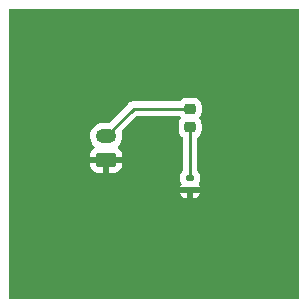
<source format=gbr>
%TF.GenerationSoftware,KiCad,Pcbnew,7.0.9-7.0.9~ubuntu23.04.1*%
%TF.CreationDate,2024-01-10T16:36:44+00:00*%
%TF.ProjectId,test_project,74657374-5f70-4726-9f6a-6563742e6b69,rev?*%
%TF.SameCoordinates,Original*%
%TF.FileFunction,Copper,L1,Top*%
%TF.FilePolarity,Positive*%
%FSLAX46Y46*%
G04 Gerber Fmt 4.6, Leading zero omitted, Abs format (unit mm)*
G04 Created by KiCad (PCBNEW 7.0.9-7.0.9~ubuntu23.04.1) date 2024-01-10 16:36:44*
%MOMM*%
%LPD*%
G01*
G04 APERTURE LIST*
G04 Aperture macros list*
%AMRoundRect*
0 Rectangle with rounded corners*
0 $1 Rounding radius*
0 $2 $3 $4 $5 $6 $7 $8 $9 X,Y pos of 4 corners*
0 Add a 4 corners polygon primitive as box body*
4,1,4,$2,$3,$4,$5,$6,$7,$8,$9,$2,$3,0*
0 Add four circle primitives for the rounded corners*
1,1,$1+$1,$2,$3*
1,1,$1+$1,$4,$5*
1,1,$1+$1,$6,$7*
1,1,$1+$1,$8,$9*
0 Add four rect primitives between the rounded corners*
20,1,$1+$1,$2,$3,$4,$5,0*
20,1,$1+$1,$4,$5,$6,$7,0*
20,1,$1+$1,$6,$7,$8,$9,0*
20,1,$1+$1,$8,$9,$2,$3,0*%
G04 Aperture macros list end*
%TA.AperFunction,SMDPad,CuDef*%
%ADD10RoundRect,0.218750X0.256250X-0.218750X0.256250X0.218750X-0.256250X0.218750X-0.256250X-0.218750X0*%
%TD*%
%TA.AperFunction,SMDPad,CuDef*%
%ADD11RoundRect,0.135000X-0.185000X0.135000X-0.185000X-0.135000X0.185000X-0.135000X0.185000X0.135000X0*%
%TD*%
%TA.AperFunction,ComponentPad*%
%ADD12RoundRect,0.250000X0.625000X-0.350000X0.625000X0.350000X-0.625000X0.350000X-0.625000X-0.350000X0*%
%TD*%
%TA.AperFunction,ComponentPad*%
%ADD13O,1.750000X1.200000*%
%TD*%
%TA.AperFunction,Conductor*%
%ADD14C,0.250000*%
%TD*%
G04 APERTURE END LIST*
D10*
%TO.P,D101,1,K*%
%TO.N,Net-(D101-K)*%
X142748000Y-86639500D03*
%TO.P,D101,2,A*%
%TO.N,+3.3V*%
X142748000Y-85064500D03*
%TD*%
D11*
%TO.P,R101,1*%
%TO.N,Net-(D101-K)*%
X142748000Y-90931999D03*
%TO.P,R101,2*%
%TO.N,GND*%
X142748000Y-91951999D03*
%TD*%
D12*
%TO.P,J101,1,Pin_1*%
%TO.N,GND*%
X135636000Y-89392000D03*
D13*
%TO.P,J101,2,Pin_2*%
%TO.N,+3.3V*%
X135636000Y-87392000D03*
%TD*%
D14*
%TO.N,Net-(D101-K)*%
X142748000Y-90931999D02*
X142748000Y-86639500D01*
%TO.N,+3.3V*%
X137963500Y-85064500D02*
X135636000Y-87392000D01*
X142748000Y-85064500D02*
X137963500Y-85064500D01*
%TD*%
%TA.AperFunction,Conductor*%
%TO.N,GND*%
G36*
X151942539Y-76620185D02*
G01*
X151988294Y-76672989D01*
X151999500Y-76724500D01*
X151999500Y-101075500D01*
X151979815Y-101142539D01*
X151927011Y-101188294D01*
X151875500Y-101199500D01*
X127524500Y-101199500D01*
X127457461Y-101179815D01*
X127411706Y-101127011D01*
X127400500Y-101075500D01*
X127400500Y-92201999D01*
X141935156Y-92201999D01*
X141975595Y-92341193D01*
X142057261Y-92479284D01*
X142057268Y-92479293D01*
X142170705Y-92592730D01*
X142170714Y-92592737D01*
X142308808Y-92674405D01*
X142308811Y-92674406D01*
X142462871Y-92719165D01*
X142462877Y-92719166D01*
X142498000Y-92721930D01*
X142498000Y-92201999D01*
X142998000Y-92201999D01*
X142998000Y-92721929D01*
X143033122Y-92719166D01*
X143033128Y-92719165D01*
X143187188Y-92674406D01*
X143187191Y-92674405D01*
X143325285Y-92592737D01*
X143325294Y-92592730D01*
X143438731Y-92479293D01*
X143438738Y-92479284D01*
X143520404Y-92341193D01*
X143560844Y-92201999D01*
X142998000Y-92201999D01*
X142498000Y-92201999D01*
X141935156Y-92201999D01*
X127400500Y-92201999D01*
X127400500Y-87339401D01*
X134256746Y-87339401D01*
X134266745Y-87549327D01*
X134316296Y-87753578D01*
X134316298Y-87753582D01*
X134403598Y-87944743D01*
X134403601Y-87944748D01*
X134403602Y-87944750D01*
X134403604Y-87944753D01*
X134466627Y-88033256D01*
X134525515Y-88115953D01*
X134628456Y-88214107D01*
X134663391Y-88274616D01*
X134660066Y-88344406D01*
X134619538Y-88401321D01*
X134607983Y-88409388D01*
X134542659Y-88449680D01*
X134542655Y-88449683D01*
X134418684Y-88573654D01*
X134326643Y-88722875D01*
X134326641Y-88722880D01*
X134271494Y-88889302D01*
X134271493Y-88889309D01*
X134261000Y-88992013D01*
X134261000Y-89142000D01*
X135356440Y-89142000D01*
X135317722Y-89184059D01*
X135267449Y-89298670D01*
X135257114Y-89423395D01*
X135287837Y-89544719D01*
X135351394Y-89642000D01*
X134261001Y-89642000D01*
X134261001Y-89791986D01*
X134271494Y-89894697D01*
X134326641Y-90061119D01*
X134326643Y-90061124D01*
X134418684Y-90210345D01*
X134542654Y-90334315D01*
X134691875Y-90426356D01*
X134691880Y-90426358D01*
X134858302Y-90481505D01*
X134858309Y-90481506D01*
X134961019Y-90491999D01*
X135385999Y-90491999D01*
X135386000Y-90491998D01*
X135386000Y-89672617D01*
X135455052Y-89726363D01*
X135573424Y-89767000D01*
X135667073Y-89767000D01*
X135759446Y-89751586D01*
X135869514Y-89692019D01*
X135886000Y-89674110D01*
X135886000Y-90491999D01*
X136310972Y-90491999D01*
X136310986Y-90491998D01*
X136413697Y-90481505D01*
X136580119Y-90426358D01*
X136580124Y-90426356D01*
X136729345Y-90334315D01*
X136853315Y-90210345D01*
X136945356Y-90061124D01*
X136945358Y-90061119D01*
X137000505Y-89894697D01*
X137000506Y-89894690D01*
X137010999Y-89791986D01*
X137011000Y-89791973D01*
X137011000Y-89642000D01*
X135915560Y-89642000D01*
X135954278Y-89599941D01*
X136004551Y-89485330D01*
X136014886Y-89360605D01*
X135984163Y-89239281D01*
X135920606Y-89142000D01*
X137010999Y-89142000D01*
X137010999Y-88992028D01*
X137010998Y-88992013D01*
X137000505Y-88889302D01*
X136945358Y-88722880D01*
X136945356Y-88722875D01*
X136853315Y-88573654D01*
X136729344Y-88449683D01*
X136729340Y-88449680D01*
X136665841Y-88410513D01*
X136619116Y-88358565D01*
X136607895Y-88289603D01*
X136635738Y-88225521D01*
X136654289Y-88207503D01*
X136673882Y-88192095D01*
X136673881Y-88192095D01*
X136673886Y-88192092D01*
X136811519Y-88033256D01*
X136916604Y-87851244D01*
X136985344Y-87652633D01*
X137015254Y-87444602D01*
X137005254Y-87234670D01*
X136957764Y-87038915D01*
X136961089Y-86969126D01*
X136990586Y-86922003D01*
X138186272Y-85726319D01*
X138247595Y-85692834D01*
X138273953Y-85690000D01*
X141830168Y-85690000D01*
X141897207Y-85709685D01*
X141917664Y-85728231D01*
X141918612Y-85727284D01*
X141955647Y-85764319D01*
X141989132Y-85825642D01*
X141984148Y-85895334D01*
X141955647Y-85939681D01*
X141923719Y-85971608D01*
X141923716Y-85971612D01*
X141835455Y-86114704D01*
X141835451Y-86114713D01*
X141782564Y-86274315D01*
X141782564Y-86274316D01*
X141782563Y-86274316D01*
X141772500Y-86372818D01*
X141772500Y-86906181D01*
X141782563Y-87004683D01*
X141835450Y-87164284D01*
X141835455Y-87164295D01*
X141923716Y-87307387D01*
X141923719Y-87307391D01*
X142042609Y-87426281D01*
X142063597Y-87439227D01*
X142110321Y-87491174D01*
X142122500Y-87544765D01*
X142122500Y-90287403D01*
X142102815Y-90354442D01*
X142086181Y-90375084D01*
X142056869Y-90404395D01*
X142056863Y-90404403D01*
X141975131Y-90542605D01*
X141975129Y-90542610D01*
X141930335Y-90696790D01*
X141930334Y-90696796D01*
X141927500Y-90732816D01*
X141927501Y-91131180D01*
X141930335Y-91167204D01*
X141975129Y-91321387D01*
X141975130Y-91321390D01*
X142009419Y-91379370D01*
X142026601Y-91447094D01*
X142009419Y-91505610D01*
X141975594Y-91562805D01*
X141935156Y-91701999D01*
X142490026Y-91701999D01*
X142494891Y-91702190D01*
X142498816Y-91702499D01*
X142498817Y-91702499D01*
X142498818Y-91702498D01*
X142498819Y-91702499D01*
X142997180Y-91702498D01*
X143001096Y-91702189D01*
X143005959Y-91701999D01*
X143560844Y-91701999D01*
X143520404Y-91562804D01*
X143486581Y-91505611D01*
X143469398Y-91437887D01*
X143486582Y-91379368D01*
X143520867Y-91321395D01*
X143520869Y-91321392D01*
X143565665Y-91167203D01*
X143568500Y-91131180D01*
X143568499Y-90732819D01*
X143565665Y-90696795D01*
X143520869Y-90542606D01*
X143439135Y-90404401D01*
X143439133Y-90404399D01*
X143439130Y-90404395D01*
X143409819Y-90375084D01*
X143376334Y-90313761D01*
X143373500Y-90287403D01*
X143373500Y-87544765D01*
X143393185Y-87477726D01*
X143432401Y-87439227D01*
X143453391Y-87426281D01*
X143572281Y-87307391D01*
X143660549Y-87164287D01*
X143713436Y-87004685D01*
X143723500Y-86906174D01*
X143723500Y-86372826D01*
X143713436Y-86274315D01*
X143660549Y-86114713D01*
X143660545Y-86114707D01*
X143660544Y-86114704D01*
X143572283Y-85971612D01*
X143572280Y-85971608D01*
X143540353Y-85939681D01*
X143506868Y-85878358D01*
X143511852Y-85808666D01*
X143540353Y-85764319D01*
X143572281Y-85732391D01*
X143660549Y-85589287D01*
X143713436Y-85429685D01*
X143723500Y-85331174D01*
X143723500Y-84797826D01*
X143713436Y-84699315D01*
X143660549Y-84539713D01*
X143660545Y-84539707D01*
X143660544Y-84539704D01*
X143572283Y-84396612D01*
X143572280Y-84396608D01*
X143453391Y-84277719D01*
X143453387Y-84277716D01*
X143310295Y-84189455D01*
X143310289Y-84189452D01*
X143310287Y-84189451D01*
X143150685Y-84136564D01*
X143150683Y-84136563D01*
X143052181Y-84126500D01*
X143052174Y-84126500D01*
X142443826Y-84126500D01*
X142443818Y-84126500D01*
X142345316Y-84136563D01*
X142345315Y-84136564D01*
X142266219Y-84162773D01*
X142185715Y-84189450D01*
X142185704Y-84189455D01*
X142042612Y-84277716D01*
X142042608Y-84277719D01*
X141918612Y-84401716D01*
X141916528Y-84399632D01*
X141870416Y-84432286D01*
X141830168Y-84439000D01*
X138046238Y-84439000D01*
X138030621Y-84437276D01*
X138030594Y-84437562D01*
X138022832Y-84436827D01*
X137953704Y-84439000D01*
X137924150Y-84439000D01*
X137923429Y-84439090D01*
X137917257Y-84439869D01*
X137911445Y-84440326D01*
X137864873Y-84441790D01*
X137864872Y-84441790D01*
X137845629Y-84447381D01*
X137826579Y-84451325D01*
X137806711Y-84453834D01*
X137763384Y-84470988D01*
X137757858Y-84472879D01*
X137713114Y-84485879D01*
X137713110Y-84485881D01*
X137695866Y-84496079D01*
X137678405Y-84504633D01*
X137659774Y-84512010D01*
X137659762Y-84512017D01*
X137622070Y-84539402D01*
X137617187Y-84542609D01*
X137577080Y-84566329D01*
X137562914Y-84580495D01*
X137548124Y-84593127D01*
X137531914Y-84604904D01*
X137531911Y-84604907D01*
X137502210Y-84640809D01*
X137498277Y-84645131D01*
X135888228Y-86255181D01*
X135826905Y-86288666D01*
X135800547Y-86291500D01*
X135308575Y-86291500D01*
X135151782Y-86306472D01*
X135151778Y-86306473D01*
X134950127Y-86365683D01*
X134763313Y-86461991D01*
X134598116Y-86591905D01*
X134598112Y-86591909D01*
X134460478Y-86750746D01*
X134355398Y-86932750D01*
X134286656Y-87131365D01*
X134286656Y-87131367D01*
X134261349Y-87307387D01*
X134256746Y-87339401D01*
X127400500Y-87339401D01*
X127400500Y-76724500D01*
X127420185Y-76657461D01*
X127472989Y-76611706D01*
X127524500Y-76600500D01*
X151875500Y-76600500D01*
X151942539Y-76620185D01*
G37*
%TD.AperFunction*%
%TD*%
M02*

</source>
